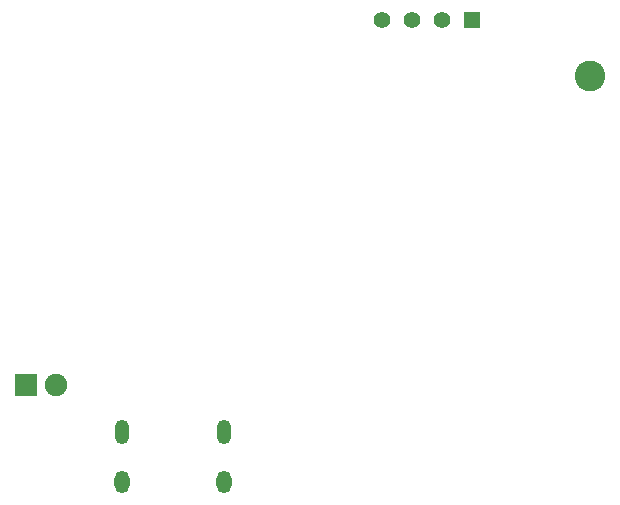
<source format=gbs>
G04 Layer: BottomSolderMaskLayer*
G04 EasyEDA v6.5.47, 2024-11-13 08:28:34*
G04 87231406ceee420ca99a4478fe7bfb21,034e4511e0c640c9b8a39c55fee02e59,10*
G04 Gerber Generator version 0.2*
G04 Scale: 100 percent, Rotated: No, Reflected: No *
G04 Dimensions in millimeters *
G04 leading zeros omitted , absolute positions ,4 integer and 5 decimal *
%FSLAX45Y45*%
%MOMM*%

%AMMACRO1*4,1,8,-0.6688,-0.6985,-0.6985,-0.6687,-0.6985,0.6688,-0.6688,0.6985,0.6687,0.6985,0.6985,0.6688,0.6985,-0.6687,0.6687,-0.6985,-0.6688,-0.6985,0*%
%AMMACRO2*4,1,8,-0.9211,-0.9508,-0.9508,-0.921,-0.9508,0.9211,-0.9211,0.9508,0.921,0.9508,0.9508,0.9211,0.9508,-0.921,0.921,-0.9508,-0.9211,-0.9508,0*%
%ADD10C,2.6016*%
%ADD11MACRO1*%
%ADD12C,1.3970*%
%ADD13MACRO2*%
%ADD14C,1.9016*%
%ADD15O,1.200023X2.1000212*%
%ADD16O,1.3000228X1.9000215999999999*%

%LPD*%
D10*
G01*
X5638800Y3695700D03*
D11*
G01*
X4635500Y4165600D03*
D12*
G01*
X4381500Y4165600D03*
G01*
X4127500Y4165600D03*
G01*
X3873500Y4165600D03*
D13*
G01*
X863600Y1079500D03*
D14*
G01*
X1117600Y1079500D03*
D15*
G01*
X1675714Y677798D03*
G01*
X2540711Y677798D03*
D16*
G01*
X1675714Y257784D03*
G01*
X2540711Y257784D03*
M02*

</source>
